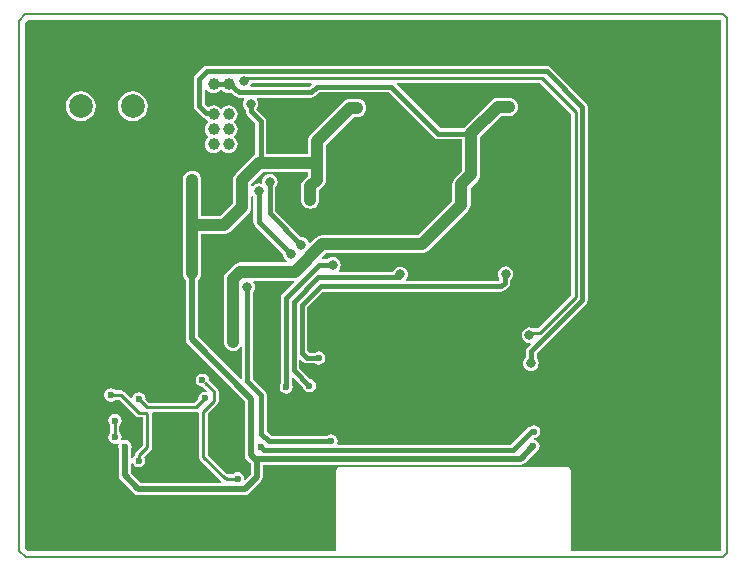
<source format=gbl>
G04*
G04 #@! TF.GenerationSoftware,Altium Limited,Altium Designer,20.2.4 (192)*
G04*
G04 Layer_Physical_Order=2*
G04 Layer_Color=16711680*
%FSLAX25Y25*%
%MOIN*%
G70*
G04*
G04 #@! TF.SameCoordinates,E48B743E-56E7-44FA-BC68-CEDDD1A44BF1*
G04*
G04*
G04 #@! TF.FilePolarity,Positive*
G04*
G01*
G75*
%ADD11C,0.01000*%
%ADD14C,0.00600*%
%ADD75C,0.04000*%
%ADD76C,0.01500*%
%ADD79C,0.02000*%
%ADD80C,0.11811*%
%ADD81C,0.07874*%
%ADD82C,0.03937*%
G04:AMPARAMS|DCode=83|XSize=82.68mil|YSize=74.8mil|CornerRadius=18.7mil|HoleSize=0mil|Usage=FLASHONLY|Rotation=180.000|XOffset=0mil|YOffset=0mil|HoleType=Round|Shape=RoundedRectangle|*
%AMROUNDEDRECTD83*
21,1,0.08268,0.03740,0,0,180.0*
21,1,0.04528,0.07480,0,0,180.0*
1,1,0.03740,-0.02264,0.01870*
1,1,0.03740,0.02264,0.01870*
1,1,0.03740,0.02264,-0.01870*
1,1,0.03740,-0.02264,-0.01870*
%
%ADD83ROUNDEDRECTD83*%
G04:AMPARAMS|DCode=84|XSize=49.21mil|YSize=41.34mil|CornerRadius=20.67mil|HoleSize=0mil|Usage=FLASHONLY|Rotation=180.000|XOffset=0mil|YOffset=0mil|HoleType=Round|Shape=RoundedRectangle|*
%AMROUNDEDRECTD84*
21,1,0.04921,0.00000,0,0,180.0*
21,1,0.00787,0.04134,0,0,180.0*
1,1,0.04134,-0.00394,0.00000*
1,1,0.04134,0.00394,0.00000*
1,1,0.04134,0.00394,0.00000*
1,1,0.04134,-0.00394,0.00000*
%
%ADD84ROUNDEDRECTD84*%
%ADD85C,0.02362*%
%ADD86C,0.03150*%
G36*
X234214Y179010D02*
Y2514D01*
X233819Y2119D01*
X183982D01*
Y29182D01*
X183904Y29572D01*
X183683Y29903D01*
X183352Y30124D01*
X182962Y30202D01*
X106962D01*
X106572Y30124D01*
X106241Y29903D01*
X106020Y29572D01*
X105943Y29182D01*
Y2119D01*
X3119D01*
X2008Y3231D01*
Y178169D01*
X3031Y179193D01*
X234031D01*
X234214Y179010D01*
D02*
G37*
%LPC*%
G36*
X175945Y164066D02*
X62762Y164066D01*
X62762Y164066D01*
X62079Y163930D01*
X61501Y163544D01*
X61501Y163544D01*
X58900Y160944D01*
X58514Y160365D01*
X58378Y159682D01*
Y150682D01*
X58514Y149999D01*
X58900Y149420D01*
X61334Y146987D01*
X61334Y146987D01*
X61913Y146600D01*
X62268Y146529D01*
X62369Y146285D01*
X62845Y145665D01*
X63018Y145532D01*
Y145032D01*
X62845Y144899D01*
X62369Y144279D01*
X62070Y143557D01*
X61968Y142782D01*
X62070Y142007D01*
X62369Y141285D01*
X62845Y140665D01*
X63018Y140532D01*
Y140032D01*
X62845Y139899D01*
X62369Y139279D01*
X62070Y138557D01*
X61968Y137782D01*
X62070Y137007D01*
X62369Y136285D01*
X62845Y135665D01*
X63465Y135189D01*
X64187Y134890D01*
X64962Y134788D01*
X65737Y134890D01*
X66459Y135189D01*
X67079Y135665D01*
X67212Y135838D01*
X67712D01*
X67845Y135665D01*
X68465Y135189D01*
X69187Y134890D01*
X69962Y134788D01*
X70737Y134890D01*
X71459Y135189D01*
X72079Y135665D01*
X72555Y136285D01*
X72854Y137007D01*
X72956Y137782D01*
X72854Y138557D01*
X72555Y139279D01*
X72079Y139899D01*
X71906Y140032D01*
Y140532D01*
X72079Y140665D01*
X72555Y141285D01*
X72854Y142007D01*
X72956Y142782D01*
X72854Y143557D01*
X72555Y144279D01*
X72079Y144899D01*
X71906Y145032D01*
Y145532D01*
X72079Y145665D01*
X72555Y146285D01*
X72854Y147007D01*
X72956Y147782D01*
X72854Y148557D01*
X72555Y149279D01*
X72079Y149899D01*
X71459Y150375D01*
X70737Y150674D01*
X69962Y150776D01*
X69187Y150674D01*
X68465Y150375D01*
X67845Y149899D01*
X67712Y149726D01*
X67212D01*
X67079Y149899D01*
X66459Y150375D01*
X65737Y150674D01*
X64962Y150776D01*
X64187Y150674D01*
X63465Y150375D01*
X63198Y150170D01*
X61946Y151421D01*
Y156054D01*
X62017Y156093D01*
X62446Y156184D01*
X62845Y155665D01*
X63465Y155189D01*
X64187Y154890D01*
X64962Y154788D01*
X65737Y154890D01*
X66459Y155189D01*
X67079Y155665D01*
X67169Y155782D01*
X67755D01*
X67845Y155665D01*
X68465Y155189D01*
X69187Y154890D01*
X69962Y154788D01*
X70737Y154890D01*
X71086Y155034D01*
X72201Y153920D01*
X72779Y153533D01*
X73462Y153398D01*
X75002D01*
X75248Y152898D01*
X75047Y152636D01*
X74788Y152010D01*
X74699Y151338D01*
X74788Y150665D01*
X75047Y150039D01*
X75460Y149501D01*
X75678Y149334D01*
Y148882D01*
X75814Y148199D01*
X76200Y147620D01*
X78878Y144943D01*
Y134356D01*
X78749Y134302D01*
X78123Y133822D01*
X78123Y133822D01*
X72316Y128015D01*
X71835Y127388D01*
X71532Y126658D01*
X71429Y125875D01*
Y118129D01*
X67121Y113821D01*
X60888D01*
Y125982D01*
X60785Y126765D01*
X60483Y127495D01*
X60002Y128122D01*
X59375Y128603D01*
X58645Y128905D01*
X57862Y129008D01*
X57079Y128905D01*
X56349Y128603D01*
X55722Y128122D01*
X55242Y127495D01*
X54939Y126765D01*
X54836Y125982D01*
Y110682D01*
Y95542D01*
X54736Y94782D01*
X54839Y93999D01*
X55142Y93269D01*
X55623Y92642D01*
X55723Y92565D01*
Y72782D01*
X55878Y72002D01*
X56320Y71340D01*
X75423Y52237D01*
Y34154D01*
X75578Y33373D01*
X76020Y32712D01*
X77142Y31590D01*
X77142Y31590D01*
X77142Y31590D01*
X77192Y31540D01*
X77192Y31540D01*
X77323Y31452D01*
Y27727D01*
X75611Y26014D01*
X75150Y26261D01*
X75175Y26390D01*
X75006Y27241D01*
X74524Y27962D01*
X73803Y28444D01*
X72952Y28613D01*
X72101Y28444D01*
X71379Y27962D01*
X71350Y27919D01*
X69820D01*
X69747Y27967D01*
X69369Y28043D01*
X63091Y34320D01*
Y48000D01*
X66204Y51113D01*
X66536Y51609D01*
X66652Y52194D01*
Y55459D01*
X66536Y56045D01*
X66204Y56541D01*
X63479Y59266D01*
X63323Y60050D01*
X62841Y60772D01*
X62120Y61254D01*
X61269Y61423D01*
X60417Y61254D01*
X59696Y60772D01*
X59214Y60050D01*
X59045Y59199D01*
X59214Y58348D01*
X59696Y57627D01*
X60417Y57145D01*
X61269Y56975D01*
X61415Y57004D01*
X62695Y55724D01*
X62449Y55263D01*
X62002Y55352D01*
X61151Y55183D01*
X60430Y54701D01*
X59948Y53979D01*
X59778Y53128D01*
X59789Y53077D01*
X58341Y51630D01*
X43577D01*
X42276Y52931D01*
X42286Y52982D01*
X42117Y53833D01*
X41635Y54554D01*
X40913Y55036D01*
X40062Y55206D01*
X39211Y55036D01*
X38490Y54554D01*
X38008Y53833D01*
X37920Y53394D01*
X37378Y53229D01*
X35244Y55363D01*
X34747Y55695D01*
X34162Y55811D01*
X32364D01*
X32335Y55854D01*
X31613Y56336D01*
X30762Y56506D01*
X29911Y56336D01*
X29190Y55854D01*
X28708Y55133D01*
X28538Y54282D01*
X28708Y53431D01*
X29190Y52710D01*
X29911Y52227D01*
X30762Y52058D01*
X31613Y52227D01*
X32335Y52710D01*
X32364Y52753D01*
X33529D01*
X38974Y47308D01*
X39470Y46976D01*
X40055Y46860D01*
X41347D01*
Y37444D01*
X39141Y35238D01*
X38810Y34742D01*
X38693Y34157D01*
X38390Y33955D01*
X37968Y33324D01*
X37525Y33385D01*
X37468Y33407D01*
Y36221D01*
X37484Y36244D01*
X37653Y37095D01*
X37484Y37946D01*
X37002Y38668D01*
X36280Y39150D01*
X35429Y39319D01*
X34607Y39156D01*
X34549Y39184D01*
X34516Y39208D01*
X34205Y39502D01*
X34347Y40216D01*
X34178Y41067D01*
X33696Y41789D01*
X33517Y41908D01*
Y44045D01*
X33738Y44193D01*
X34220Y44915D01*
X34390Y45766D01*
X34220Y46617D01*
X33738Y47338D01*
X33017Y47820D01*
X32166Y47989D01*
X31315Y47820D01*
X30593Y47338D01*
X30111Y46617D01*
X29942Y45766D01*
X30111Y44915D01*
X30458Y44395D01*
Y41651D01*
X30068Y41067D01*
X29899Y40216D01*
X30068Y39365D01*
X30551Y38644D01*
X31272Y38162D01*
X32123Y37992D01*
X32945Y38156D01*
X33003Y38127D01*
X33036Y38103D01*
X33347Y37810D01*
X33205Y37095D01*
X33375Y36244D01*
X33390Y36221D01*
Y27472D01*
X33545Y26692D01*
X33987Y26030D01*
X38477Y21540D01*
X39139Y21098D01*
X39919Y20943D01*
X75462D01*
X76243Y21098D01*
X76904Y21540D01*
X80804Y25440D01*
X81246Y26102D01*
X81401Y26882D01*
Y30993D01*
X167412D01*
X168193Y31148D01*
X168854Y31590D01*
X172556Y35292D01*
X173042Y35617D01*
X173524Y36338D01*
X173693Y37189D01*
X173524Y38040D01*
X173042Y38762D01*
X172320Y39244D01*
X171868Y39334D01*
Y39843D01*
X172560Y39981D01*
X173281Y40463D01*
X173763Y41184D01*
X173932Y42035D01*
X173763Y42887D01*
X173281Y43608D01*
X172560Y44090D01*
X171709Y44259D01*
X170858Y44090D01*
X170342Y43745D01*
X170033Y43684D01*
X169454Y43297D01*
X169454Y43297D01*
X163887Y37731D01*
X106475D01*
X106157Y38230D01*
X106286Y38877D01*
X106117Y39728D01*
X105635Y40450D01*
X104913Y40932D01*
X104062Y41101D01*
X103211Y40932D01*
X102807Y40662D01*
X84106D01*
X82646Y42121D01*
Y54382D01*
X82647Y54382D01*
X82511Y55065D01*
X82124Y55644D01*
X82124Y55644D01*
X78021Y59746D01*
Y88337D01*
X78073Y88377D01*
X78486Y88915D01*
X78745Y89541D01*
X78834Y90213D01*
X78745Y90885D01*
X78486Y91512D01*
X78183Y91906D01*
X78380Y92406D01*
X91656D01*
X91863Y91906D01*
X87932Y87975D01*
X87545Y87396D01*
X87409Y86713D01*
Y58184D01*
X87139Y57780D01*
X86970Y56929D01*
X87139Y56078D01*
X87621Y55357D01*
X88343Y54874D01*
X89194Y54705D01*
X90045Y54874D01*
X90766Y55357D01*
X91248Y56078D01*
X91417Y56929D01*
X91248Y57780D01*
X90983Y58178D01*
X90978Y58246D01*
Y60170D01*
X91440Y60361D01*
X94753Y57048D01*
X94848Y56571D01*
X95330Y55850D01*
X96051Y55368D01*
X96902Y55198D01*
X97753Y55368D01*
X98475Y55850D01*
X98957Y56571D01*
X99126Y57422D01*
X98957Y58273D01*
X98475Y58995D01*
X97753Y59477D01*
X97284Y59570D01*
X97233Y59615D01*
X93446Y63401D01*
Y66121D01*
X93908Y66312D01*
X94914Y65307D01*
X95493Y64920D01*
X96175Y64785D01*
X96175Y64785D01*
X98730D01*
X99134Y64514D01*
X99985Y64345D01*
X100836Y64514D01*
X101558Y64996D01*
X102040Y65718D01*
X102209Y66569D01*
X102040Y67420D01*
X101558Y68141D01*
X100836Y68623D01*
X99985Y68793D01*
X99134Y68623D01*
X98737Y68358D01*
X98668Y68353D01*
X96914D01*
X96146Y69121D01*
Y83443D01*
X101401Y88698D01*
X160762D01*
X161445Y88833D01*
X162024Y89220D01*
X163231Y90427D01*
X163231Y90427D01*
X163617Y91006D01*
X163753Y91689D01*
X163753Y91689D01*
Y92440D01*
X164121Y92722D01*
X164534Y93260D01*
X164793Y93887D01*
X164882Y94559D01*
X164793Y95231D01*
X164534Y95857D01*
X164121Y96395D01*
X163583Y96808D01*
X162957Y97067D01*
X162285Y97156D01*
X161612Y97067D01*
X160986Y96808D01*
X160448Y96395D01*
X160036Y95857D01*
X159776Y95231D01*
X159688Y94559D01*
X159776Y93887D01*
X160036Y93260D01*
X160185Y93066D01*
Y92428D01*
X160023Y92266D01*
X129328D01*
X129131Y92766D01*
X129434Y93161D01*
X129693Y93787D01*
X129782Y94459D01*
X129693Y95131D01*
X129434Y95758D01*
X129021Y96295D01*
X128483Y96708D01*
X127857Y96968D01*
X127185Y97056D01*
X126513Y96968D01*
X125886Y96708D01*
X125349Y96295D01*
X124936Y95758D01*
X124774Y95366D01*
X106795D01*
X106629Y95771D01*
X106614Y95866D01*
X107011Y96384D01*
X107271Y97010D01*
X107359Y97682D01*
X107271Y98354D01*
X107011Y98980D01*
X106598Y99518D01*
X106061Y99931D01*
X105434Y100190D01*
X104762Y100279D01*
X104090Y100190D01*
X103464Y99931D01*
X102926Y99518D01*
X102886Y99466D01*
X101179D01*
X100988Y99928D01*
X102515Y101456D01*
X134362D01*
X135145Y101559D01*
X135875Y101862D01*
X136502Y102342D01*
X149731Y115572D01*
X149731Y115572D01*
X150212Y116199D01*
X150514Y116928D01*
X150618Y117711D01*
X150618Y117712D01*
Y120745D01*
Y123258D01*
X153002Y125642D01*
X153483Y126269D01*
X153785Y126999D01*
X153888Y127782D01*
X153888Y127782D01*
Y140229D01*
X160916Y147256D01*
X163462D01*
X164245Y147359D01*
X164975Y147661D01*
X165602Y148142D01*
X166083Y148769D01*
X166385Y149499D01*
X166488Y150282D01*
X166385Y151065D01*
X166083Y151795D01*
X165602Y152422D01*
X164975Y152902D01*
X164245Y153205D01*
X163462Y153308D01*
X159662D01*
X158879Y153205D01*
X158149Y152902D01*
X157522Y152422D01*
X148723Y143622D01*
X148373Y143166D01*
X140601D01*
X125977Y157791D01*
X126168Y158253D01*
X173729D01*
X184133Y147848D01*
Y87515D01*
X177281Y80664D01*
X177281Y80663D01*
X173053Y76436D01*
X171568D01*
X171556Y76433D01*
X170934Y76691D01*
X170262Y76779D01*
X169590Y76691D01*
X168964Y76431D01*
X168426Y76018D01*
X168013Y75481D01*
X167754Y74854D01*
X167665Y74182D01*
X167754Y73510D01*
X168013Y72883D01*
X168426Y72346D01*
X168964Y71933D01*
X169590Y71674D01*
X170262Y71585D01*
X170461Y71611D01*
X170694Y71138D01*
X169655Y70098D01*
X169268Y69519D01*
X169132Y68836D01*
Y66777D01*
X168926Y66618D01*
X168513Y66080D01*
X168254Y65454D01*
X168165Y64782D01*
X168254Y64110D01*
X168513Y63484D01*
X168926Y62946D01*
X169464Y62533D01*
X170090Y62274D01*
X170762Y62185D01*
X171434Y62274D01*
X172061Y62533D01*
X172599Y62946D01*
X173011Y63484D01*
X173271Y64110D01*
X173359Y64782D01*
X173271Y65454D01*
X173011Y66080D01*
X172701Y66485D01*
Y68098D01*
X189124Y84520D01*
X189124Y84520D01*
X189511Y85099D01*
X189646Y85782D01*
X189646Y85782D01*
Y150365D01*
X189646Y150365D01*
X189511Y151048D01*
X189124Y151627D01*
X189124Y151627D01*
X177207Y163544D01*
X176628Y163930D01*
X175945Y164066D01*
D02*
G37*
G36*
X38062Y155462D02*
X36773Y155292D01*
X35572Y154795D01*
X34541Y154003D01*
X33750Y152972D01*
X33252Y151771D01*
X33083Y150482D01*
X33252Y149193D01*
X33750Y147992D01*
X34541Y146961D01*
X35572Y146169D01*
X36773Y145672D01*
X38062Y145502D01*
X39351Y145672D01*
X40552Y146169D01*
X41583Y146961D01*
X42375Y147992D01*
X42872Y149193D01*
X43042Y150482D01*
X42872Y151771D01*
X42375Y152972D01*
X41583Y154003D01*
X40552Y154795D01*
X39351Y155292D01*
X38062Y155462D01*
D02*
G37*
G36*
X20739D02*
X19451Y155292D01*
X18249Y154795D01*
X17218Y154003D01*
X16427Y152972D01*
X15929Y151771D01*
X15760Y150482D01*
X15929Y149193D01*
X16427Y147992D01*
X17218Y146961D01*
X18249Y146169D01*
X19451Y145672D01*
X20739Y145502D01*
X22028Y145672D01*
X23229Y146169D01*
X24261Y146961D01*
X25052Y147992D01*
X25549Y149193D01*
X25719Y150482D01*
X25549Y151771D01*
X25052Y152972D01*
X24261Y154003D01*
X23229Y154795D01*
X22028Y155292D01*
X20739Y155462D01*
D02*
G37*
%LPD*%
G36*
X97648Y157791D02*
X96823Y156966D01*
X77482D01*
X77235Y157466D01*
X77356Y157624D01*
X77615Y158250D01*
X77616Y158253D01*
X97456D01*
X97648Y157791D01*
D02*
G37*
G36*
X138601Y140120D02*
X138601Y140120D01*
X139179Y139734D01*
X139862Y139598D01*
X147836D01*
Y129035D01*
X145452Y126651D01*
X144971Y126024D01*
X144669Y125295D01*
X144566Y124512D01*
Y120745D01*
Y118965D01*
X133109Y107508D01*
X101262D01*
X100479Y107405D01*
X99749Y107103D01*
X99123Y106622D01*
X97272Y104771D01*
X96744Y104950D01*
X96725Y105093D01*
X96466Y105720D01*
X96053Y106258D01*
X95515Y106670D01*
X94889Y106930D01*
X94217Y107018D01*
X94152Y107010D01*
X85546Y115615D01*
Y123506D01*
X85598Y123546D01*
X86011Y124083D01*
X86271Y124710D01*
X86359Y125382D01*
X86271Y126054D01*
X86011Y126681D01*
X85598Y127218D01*
X85061Y127631D01*
X84434Y127891D01*
X83762Y127979D01*
X83090Y127891D01*
X82464Y127631D01*
X81926Y127218D01*
X81513Y126681D01*
X81254Y126054D01*
X81165Y125382D01*
X81211Y125032D01*
X80753Y124680D01*
X80685Y124709D01*
X80013Y124797D01*
X79340Y124709D01*
X78714Y124449D01*
X78176Y124037D01*
X77981Y123783D01*
X77481Y123952D01*
Y124622D01*
X81516Y128656D01*
X96336D01*
Y127335D01*
X95022Y126022D01*
X94542Y125395D01*
X94239Y124665D01*
X94136Y123882D01*
Y119382D01*
X94239Y118599D01*
X94542Y117869D01*
X95022Y117242D01*
X95649Y116762D01*
X96379Y116459D01*
X97162Y116356D01*
X97945Y116459D01*
X98675Y116762D01*
X99302Y117242D01*
X99783Y117869D01*
X100085Y118599D01*
X100188Y119382D01*
Y122629D01*
X101502Y123942D01*
X101983Y124569D01*
X102285Y125299D01*
X102388Y126082D01*
Y131682D01*
Y137529D01*
X111816Y146956D01*
X112862D01*
X113645Y147059D01*
X114375Y147362D01*
X115002Y147842D01*
X115483Y148469D01*
X115785Y149199D01*
X115888Y149982D01*
X115785Y150765D01*
X115483Y151495D01*
X115002Y152122D01*
X114375Y152603D01*
X113645Y152905D01*
X112862Y153008D01*
X110562D01*
X109779Y152905D01*
X109049Y152603D01*
X108423Y152122D01*
X97223Y140922D01*
X96742Y140295D01*
X96439Y139565D01*
X96336Y138782D01*
Y134708D01*
X82446D01*
Y145682D01*
X82311Y146365D01*
X81924Y146944D01*
X81924Y146944D01*
X79246Y149621D01*
Y149649D01*
X79546Y150039D01*
X79805Y150665D01*
X79894Y151338D01*
X79805Y152010D01*
X79546Y152636D01*
X79345Y152898D01*
X79591Y153398D01*
X97562D01*
X98245Y153533D01*
X98824Y153920D01*
X100150Y155246D01*
X123475D01*
X138601Y140120D01*
D02*
G37*
G36*
X126758Y92943D02*
X124932Y92832D01*
X124671Y94332D01*
X124840Y94336D01*
X124994Y94349D01*
X125131Y94370D01*
X125252Y94399D01*
X125356Y94436D01*
X125445Y94482D01*
X125517Y94536D01*
X125573Y94598D01*
X125613Y94669D01*
X125637Y94748D01*
X126758Y92943D01*
D02*
G37*
G36*
X99142Y65742D02*
X99121Y65757D01*
X99087Y65770D01*
X99040Y65781D01*
X98981Y65791D01*
X98826Y65807D01*
X98620Y65816D01*
X98364Y65819D01*
Y67319D01*
X98498Y67320D01*
X99040Y67356D01*
X99087Y67368D01*
X99121Y67381D01*
X99142Y67396D01*
Y65742D01*
D02*
G37*
G36*
X78228Y120220D02*
Y111932D01*
X78364Y111249D01*
X78751Y110670D01*
X88174Y101247D01*
X88165Y101182D01*
X88254Y100510D01*
X88513Y99884D01*
X88926Y99346D01*
X89431Y98958D01*
X89433Y98904D01*
X89161Y98458D01*
X73805D01*
X73022Y98355D01*
X72292Y98053D01*
X71666Y97572D01*
X71666Y97572D01*
X69323Y95228D01*
X68842Y94602D01*
X68539Y93872D01*
X68436Y93089D01*
Y71982D01*
X68539Y71199D01*
X68842Y70469D01*
X69323Y69842D01*
X69949Y69362D01*
X70679Y69059D01*
X71462Y68956D01*
X72245Y69059D01*
X72975Y69362D01*
X73602Y69842D01*
X73953Y70300D01*
X74453Y70130D01*
Y59683D01*
X73953Y59475D01*
X59801Y73627D01*
Y92565D01*
X59902Y92642D01*
X59902Y92642D01*
X60002Y92742D01*
X60483Y93369D01*
X60785Y94099D01*
X60888Y94882D01*
Y107769D01*
X68375D01*
X69158Y107872D01*
X69888Y108174D01*
X70514Y108655D01*
X76595Y114735D01*
X77076Y115362D01*
X77378Y116092D01*
X77481Y116875D01*
Y120229D01*
X77981Y120434D01*
X78228Y120220D01*
D02*
G37*
G36*
X89944Y58416D02*
X89981Y57874D01*
X89993Y57828D01*
X90006Y57794D01*
X90020Y57772D01*
X88367D01*
X88381Y57794D01*
X88394Y57828D01*
X88406Y57874D01*
X88416Y57933D01*
X88431Y58088D01*
X88441Y58294D01*
X88444Y58550D01*
X89944D01*
X89944Y58416D01*
D02*
G37*
G36*
X96382Y59004D02*
X96791Y58647D01*
X96832Y58623D01*
X96865Y58608D01*
X96890Y58603D01*
X95721Y57434D01*
X95717Y57459D01*
X95702Y57493D01*
X95677Y57534D01*
X95643Y57582D01*
X95543Y57703D01*
X95404Y57855D01*
X95226Y58038D01*
X96286Y59099D01*
X96382Y59004D01*
D02*
G37*
G36*
X60033Y48402D02*
Y33687D01*
X60149Y33101D01*
X60481Y32605D01*
X67565Y25521D01*
X67537Y25321D01*
X67389Y25021D01*
X40764D01*
X37468Y28317D01*
Y31357D01*
X37525Y31379D01*
X37968Y31440D01*
X38390Y30810D01*
X39111Y30327D01*
X39962Y30158D01*
X40813Y30327D01*
X41535Y30810D01*
X42017Y31531D01*
X42186Y32382D01*
X42017Y33233D01*
X41794Y33566D01*
X43958Y35729D01*
X44289Y36225D01*
X44406Y36810D01*
Y47803D01*
X44352Y48072D01*
X44723Y48572D01*
X58975D01*
X59560Y48688D01*
X60033Y48402D01*
D02*
G37*
D11*
X75362Y158922D02*
X76221Y159782D01*
X75107Y158922D02*
X75362D01*
X34162Y54282D02*
X40055Y48389D01*
X42876Y36810D02*
Y47803D01*
X40055Y48389D02*
X42291D01*
X42876Y47803D01*
X40223Y34157D02*
X42876Y36810D01*
X30762Y54282D02*
X34162D01*
X185662Y86882D02*
Y148482D01*
X171568Y74906D02*
X173686D01*
X178362Y79582D01*
X178362D02*
X185662Y86882D01*
X178362Y79582D02*
X178362D01*
X174362Y159782D02*
X185662Y148482D01*
X76221Y159782D02*
X174362D01*
X58975Y50101D02*
X62002Y53128D01*
X42943Y50101D02*
X58975D01*
X40062Y52982D02*
X42943Y50101D01*
X31988Y45587D02*
X32166Y45766D01*
X31988Y40322D02*
Y45587D01*
X40223Y32643D02*
Y34157D01*
X39962Y32382D02*
X40223Y32643D01*
X65123Y52194D02*
Y55459D01*
X68694Y26554D02*
X69162D01*
X69327Y26390D02*
X72952D01*
X69162Y26554D02*
X69327Y26390D01*
X62228Y58354D02*
X65123Y55459D01*
X61562Y48633D02*
X65123Y52194D01*
X61562Y33687D02*
Y48633D01*
Y33687D02*
X68694Y26554D01*
X170262Y74182D02*
X170844D01*
X171568Y74906D01*
D14*
X234651Y112D02*
X236221Y1683D01*
X1Y179001D02*
X2200Y181200D01*
X2288Y112D02*
X234651D01*
X1Y2399D02*
X2288Y112D01*
X2200Y181200D02*
X234862D01*
X236221Y179841D01*
X1Y2399D02*
Y179001D01*
X236221Y1683D02*
Y179841D01*
D75*
X73805Y95432D02*
X92212D01*
X101262Y104482D02*
X134362D01*
X92212Y95432D02*
X101262Y104482D01*
X71462Y71982D02*
Y93089D01*
X73805Y95432D01*
X134362Y104482D02*
X147592Y117711D01*
X57862Y110682D02*
Y125982D01*
Y94882D02*
Y110682D01*
X57975Y110795D02*
X68375D01*
X57862Y110682D02*
X57975Y110795D01*
X57762Y94782D02*
Y94782D01*
X57862Y94882D01*
X68375Y110795D02*
X74455Y116875D01*
Y125875D02*
X80262Y131682D01*
X80662D01*
X74455Y116875D02*
Y125875D01*
X99362Y138782D02*
X110562Y149982D01*
X99362Y131682D02*
Y138782D01*
X110562Y149982D02*
X112862D01*
X150862Y141382D02*
Y141482D01*
Y127782D02*
Y141382D01*
Y141482D02*
X159662Y150282D01*
X80662Y131682D02*
X99362D01*
X147592Y117711D02*
Y120745D01*
X99362Y126082D02*
Y131682D01*
X147592Y120745D02*
Y124512D01*
X150862Y127782D01*
X159662Y150282D02*
X163462D01*
X97162Y119382D02*
Y123882D01*
X99362Y126082D01*
D76*
X170716Y42035D02*
X171709D01*
X164626Y35946D02*
X170716Y42035D01*
X77297Y151338D02*
X77462Y151172D01*
Y148882D02*
Y151172D01*
X71895Y156749D02*
X73462Y155182D01*
X97562D02*
X99410Y157030D01*
X73462Y155182D02*
X97562D01*
X64962Y157782D02*
X70622D01*
X71654Y156749D01*
X71895D01*
X80662Y131682D02*
Y145682D01*
X77462Y148882D02*
X80662Y145682D01*
X64496Y148248D02*
X64962Y147782D01*
X62596Y148248D02*
X64496D01*
X60162Y150682D02*
X62596Y148248D01*
X60162Y159682D02*
X62762Y162282D01*
X60162Y150682D02*
Y159682D01*
X83367Y38877D02*
X104062D01*
X80862Y41382D02*
Y54382D01*
Y41382D02*
X83367Y38877D01*
X76237Y59007D02*
Y90213D01*
Y59007D02*
X80862Y54382D01*
X81818Y35946D02*
X164626D01*
X80828Y36936D02*
X81818Y35946D01*
X94362Y68382D02*
X96175Y66569D01*
X89194Y56929D02*
Y86713D01*
X94362Y68382D02*
Y84182D01*
X91662Y62662D02*
X96902Y57422D01*
X96175Y66569D02*
X99985D01*
X100162Y97682D02*
X104762D01*
X94362Y84182D02*
X100662Y90482D01*
X89194Y86713D02*
X100162Y97682D01*
X91662Y85382D02*
X99862Y93582D01*
X91662Y62662D02*
Y85382D01*
X175945Y162282D02*
X187862Y150365D01*
X170917Y68836D02*
X187862Y85782D01*
Y150365D01*
X170917Y64937D02*
Y68836D01*
X170762Y64782D02*
X170917Y64937D01*
X62762Y162282D02*
X175945Y162282D01*
X99410Y157030D02*
X124214D01*
X139862Y141382D02*
X150862D01*
X124214Y157030D02*
X139862Y141382D01*
X80013Y111932D02*
Y122200D01*
Y111932D02*
X90762Y101182D01*
X83762Y114876D02*
X94217Y104421D01*
X83762Y114876D02*
Y125382D01*
X100662Y90482D02*
X160762D01*
X161969Y91689D02*
Y94243D01*
X160762Y90482D02*
X161969Y91689D01*
Y94243D02*
X162285Y94559D01*
X126662Y93582D02*
X127362Y94282D01*
X99862Y93582D02*
X126662D01*
D79*
X77462Y34154D02*
Y53082D01*
X57762Y72782D02*
Y94782D01*
Y72782D02*
X77462Y53082D01*
X167412Y33032D02*
X171162Y36782D01*
X78584Y33032D02*
X167412D01*
X79362Y26882D02*
Y32982D01*
X39919Y22982D02*
X75462D01*
X79362Y26882D01*
X77462Y34154D02*
X78634Y32982D01*
X79362D01*
X35429Y27472D02*
X39919Y22982D01*
X35429Y27472D02*
Y37095D01*
D80*
X216535Y11811D02*
D03*
X19685D02*
D03*
D81*
X38062Y150482D02*
D03*
X20739D02*
D03*
D82*
X69962Y137782D02*
D03*
X64962D02*
D03*
X69962Y142782D02*
D03*
X64962D02*
D03*
X69962Y147782D02*
D03*
X64962D02*
D03*
X69962Y152782D02*
D03*
X64962D02*
D03*
X69962Y157782D02*
D03*
X64962D02*
D03*
D83*
X6313Y56882D02*
D03*
Y29225D02*
D03*
D84*
X18124Y52601D02*
D03*
Y33506D02*
D03*
D85*
X57700Y53300D02*
D03*
X171469Y37189D02*
D03*
X171709Y42035D02*
D03*
X80828Y36936D02*
D03*
X61269Y59199D02*
D03*
X62002Y53128D02*
D03*
X30762Y54282D02*
D03*
X35429Y37095D02*
D03*
X51794Y27660D02*
D03*
X34329Y48901D02*
D03*
X25462Y27582D02*
D03*
X32166Y45766D02*
D03*
X40062Y52982D02*
D03*
X32123Y40216D02*
D03*
X57362Y33182D02*
D03*
X39962Y32382D02*
D03*
X104062Y38877D02*
D03*
X89194Y56929D02*
D03*
X96902Y57422D02*
D03*
X72952Y26390D02*
D03*
X99985Y66569D02*
D03*
X160898Y139639D02*
D03*
X156361Y134849D02*
D03*
X144271Y137499D02*
D03*
X151747Y155399D02*
D03*
X151871Y149928D02*
D03*
X151847Y152707D02*
D03*
X101170Y151407D02*
D03*
X101195Y148628D02*
D03*
X101071Y154099D02*
D03*
X110114Y138921D02*
D03*
X93325Y136400D02*
D03*
X106362Y133982D02*
D03*
D86*
X44314Y136421D02*
D03*
X38386Y128485D02*
D03*
X50085Y128485D02*
D03*
X26463D02*
D03*
X14764Y128485D02*
D03*
X20692Y136421D02*
D03*
X75107Y158922D02*
D03*
X173262Y103482D02*
D03*
X185162Y31035D02*
D03*
X77297Y151338D02*
D03*
X61503Y75456D02*
D03*
X57762Y94782D02*
D03*
X57862Y125982D02*
D03*
X65262Y119182D02*
D03*
X76237Y90213D02*
D03*
X71462Y71982D02*
D03*
X69859Y103079D02*
D03*
X7673Y115042D02*
D03*
X15188Y119229D02*
D03*
X48241Y115333D02*
D03*
X5878Y70659D02*
D03*
X52779Y119138D02*
D03*
X43358Y119115D02*
D03*
X11917Y65856D02*
D03*
X103458Y28316D02*
D03*
X104762Y97682D02*
D03*
X90762Y101182D02*
D03*
X170762Y64782D02*
D03*
X170262Y74182D02*
D03*
X80013Y122200D02*
D03*
X83762Y125382D02*
D03*
X94217Y104421D02*
D03*
X165462Y111782D02*
D03*
X165616Y117835D02*
D03*
X165662Y124482D02*
D03*
X162285Y94559D02*
D03*
X127185Y94459D02*
D03*
X147592Y120745D02*
D03*
X163462Y150282D02*
D03*
X112862Y149982D02*
D03*
X97162Y119382D02*
D03*
X88362Y115082D02*
D03*
X176494Y137682D02*
D03*
X153806Y120686D02*
D03*
X159706Y120786D02*
D03*
X139054Y117764D02*
D03*
X139076Y126130D02*
D03*
X133397Y121861D02*
D03*
X176040Y150603D02*
D03*
X180136Y145402D02*
D03*
X171770Y145120D02*
D03*
X126654Y137021D02*
D03*
X121171Y144520D02*
D03*
X129537Y144802D02*
D03*
X125441Y150004D02*
D03*
X88356Y124277D02*
D03*
X109162Y119382D02*
D03*
X103262Y119282D02*
D03*
M02*

</source>
